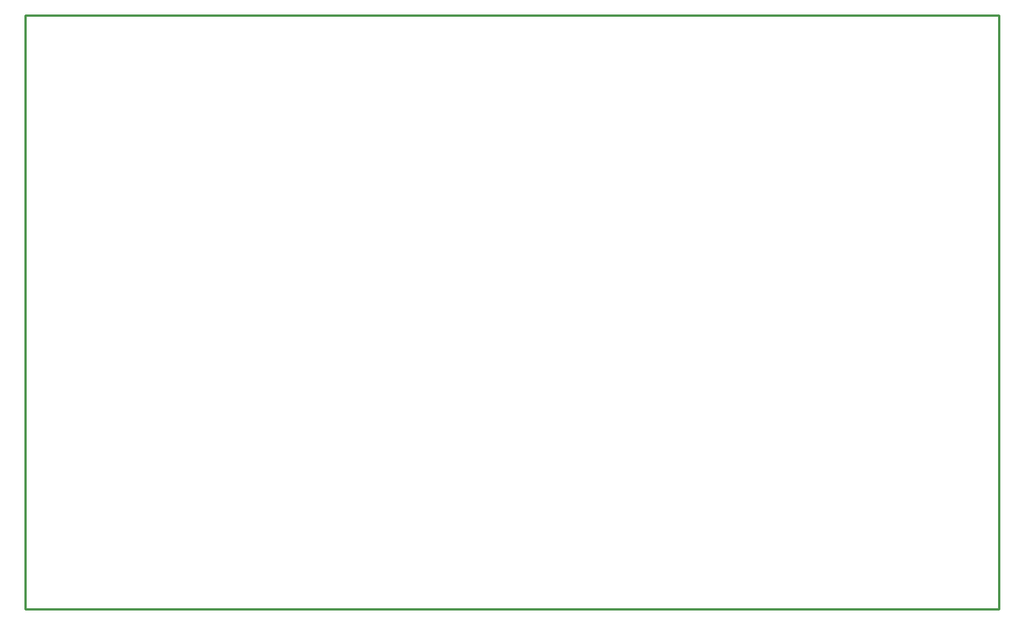
<source format=gko>
G04 Layer: BoardOutlineLayer*
G04 EasyEDA v6.5.22, 2023-02-28 18:31:49*
G04 0f5abc17f4e243e5a26b6cc200d52bdd,5d2348555bc34ac8837521f0f1db218d,10*
G04 Gerber Generator version 0.2*
G04 Scale: 100 percent, Rotated: No, Reflected: No *
G04 Dimensions in millimeters *
G04 leading zeros omitted , absolute positions ,4 integer and 5 decimal *
%FSLAX45Y45*%
%MOMM*%

%ADD10C,0.2540*%
D10*
X700023Y6899910D02*
G01*
X10845800Y6899910D01*
X10845800Y299973D01*
X38100Y299973D01*
X38100Y6899910D01*
X700023Y6899910D01*

%LPD*%
M02*

</source>
